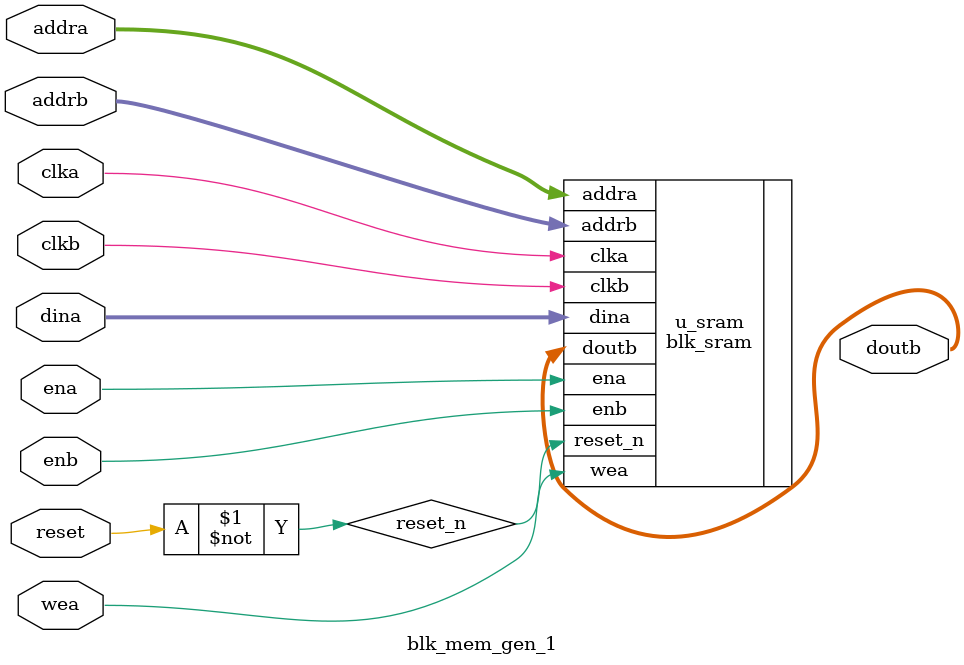
<source format=v>
module blk_mem_gen_1 #(
    parameter ADDR_WIDTH = 11,
    parameter DATA_WIDTH = 256
)(
    input  wire                     clka,
    input  wire                     reset,
    input  wire                     ena,
    input  wire                     wea,
    input  wire [ADDR_WIDTH-1:0]    addra,
    input  wire [DATA_WIDTH-1:0]    dina,

    input  wire                     clkb,
    input  wire                     enb,
    input  wire [ADDR_WIDTH-1:0]    addrb,
    output wire [DATA_WIDTH-1:0]    doutb
);

    // Active-low reset for SRAM (memory NOT cleared)
    wire reset_n = ~reset;

    // ====================================================
    // WEIGHT SRAM WITH BINARY PRELOAD
    // ====================================================
    blk_sram #(
        .ADDR_WIDTH(ADDR_WIDTH),
        .DATA_WIDTH(DATA_WIDTH),
        .INIT_FILE("weights.txt")   // <-- BINARY INIT FILE
    ) u_sram (
        .clka   (clka),
        .reset_n(reset_n),   // reset does NOT wipe memory
        .ena    (ena),
        .wea    (wea),
        .addra  (addra),
        .dina   (dina),

        .clkb   (clkb),
        .enb    (enb),
        .addrb  (addrb),
        .doutb  (doutb)
    );

endmodule


</source>
